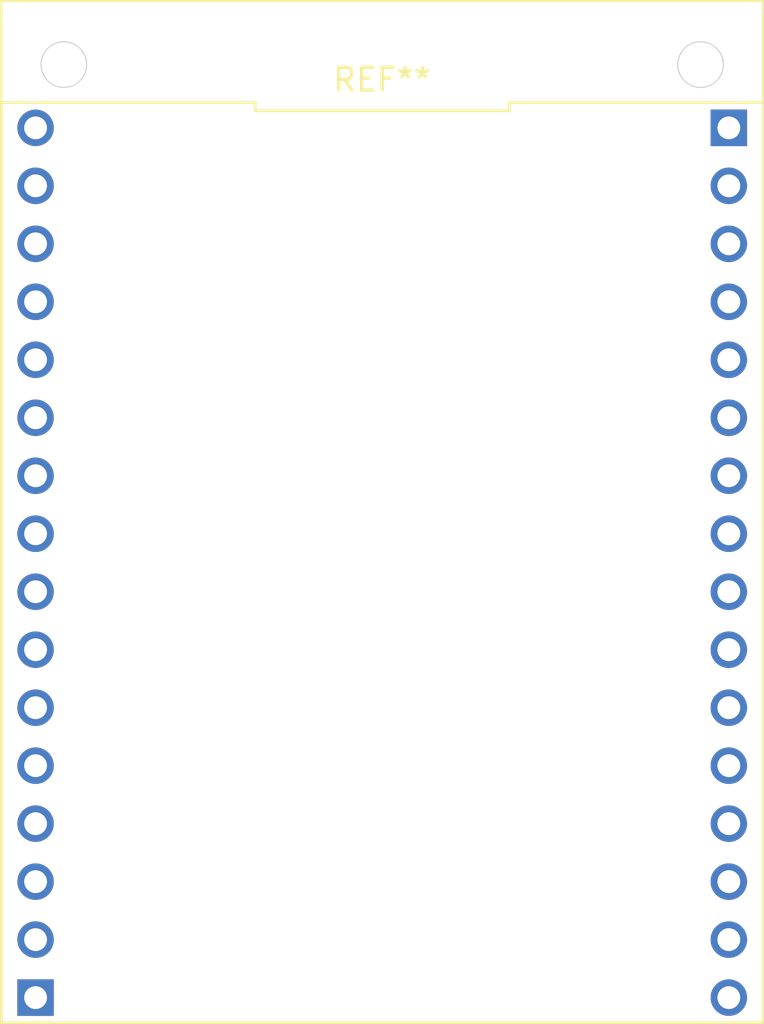
<source format=kicad_pcb>
(kicad_pcb (version 20241229) (generator "pcbnew") (generator_version "9.0")
  (layers (0 "F.Cu" signal) (2 "B.Cu" signal) (13 "F.Paste" user) (15 "B.Paste" user) (5 "F.SilkS" user "F.Silkscreen") (7 "B.SilkS" user "B.Silkscreen") (1 "F.Mask" user) (3 "B.Mask" user) (25 "Edge.Cuts" user))
  (net 0 "")
  (footprint "Library:LILYGO TSIM7080G" (layer "F.Cu") (at 70 54.5)
    (property "Reference" "REF**" (at 0 -21.16 0) (layer "F.SilkS"))
    (property "Value" "LILYGO_TSIM7080G")
    (fp_line (start -16.7 -24.6) (end 16.7 -24.6) (stroke (width 0.1)) (layer "F.SilkS"))
    (fp_line (start -16.7 20.15) (end 16.699999 20.15) (stroke (width 0.12)) (layer "F.SilkS"))
    (fp_line (start -16.699999 -20.15) (end -16.7 -24.6) (stroke (width 0.1)) (layer "F.SilkS"))
    (fp_line (start -16.699999 -20.15) (end -16.7 20.15) (stroke (width 0.12)) (layer "F.SilkS"))
    (fp_line (start -5.566666 -20.16) (end -16.699999 -20.16) (stroke (width 0.12)) (layer "F.SilkS"))
    (fp_line (start -5.566666 -19.8) (end -5.566666 -20.16) (stroke (width 0.12)) (layer "F.SilkS"))
    (fp_line (start 5.566666 -20.16) (end 5.566666 -19.8) (stroke (width 0.12)) (layer "F.SilkS"))
    (fp_line (start 5.566666 -19.8) (end -5.566666 -19.8) (stroke (width 0.12)) (layer "F.SilkS"))
    (fp_line (start 16.699999 20.15) (end 16.7 -20.15) (stroke (width 0.12)) (layer "F.SilkS"))
    (fp_line (start 16.7 -24.6) (end 16.7 -20.15) (stroke (width 0.1)) (layer "F.SilkS"))
    (fp_line (start 16.7 -20.16) (end 5.566666 -20.16) (stroke (width 0.12)) (layer "F.SilkS"))
    (fp_circle (center -13.96 -21.82) (end -12.96 -21.82) (stroke (width 0.05)) (fill no) (layer "Edge.Cuts"))
    (fp_circle (center 13.96 -21.82) (end 14.96 -21.82) (stroke (width 0.05)) (fill no) (layer "Edge.Cuts"))
    (fp_text user "ANTENNA" (at -3.1 -22.7 0) (layer "Edge.Cuts") (effects (justify left bottom)))
    (pad "1" thru_hole oval (at -15.2 -19.05 270) (size 1.6 1.6) (drill 1) (layers "*.Cu" "*.Mask"))
    (pad "2" thru_hole oval (at -15.2 -16.51 270) (size 1.6 1.6) (drill 1) (layers "*.Cu" "*.Mask"))
    (pad "3" thru_hole oval (at -15.2 -13.97 270) (size 1.6 1.6) (drill 1) (layers "*.Cu" "*.Mask"))
    (pad "4" thru_hole oval (at -15.2 -11.43 270) (size 1.6 1.6) (drill 1) (layers "*.Cu" "*.Mask"))
    (pad "5" thru_hole oval (at -15.2 -8.89 270) (size 1.6 1.6) (drill 1) (layers "*.Cu" "*.Mask"))
    (pad "6" thru_hole oval (at -15.2 -6.35 270) (size 1.6 1.6) (drill 1) (layers "*.Cu" "*.Mask"))
    (pad "7" thru_hole oval (at -15.2 -3.81 270) (size 1.6 1.6) (drill 1) (layers "*.Cu" "*.Mask"))
    (pad "8" thru_hole oval (at -15.2 -1.27 270) (size 1.6 1.6) (drill 1) (layers "*.Cu" "*.Mask"))
    (pad "9" thru_hole oval (at -15.2 1.27 270) (size 1.6 1.6) (drill 1) (layers "*.Cu" "*.Mask"))
    (pad "10" thru_hole oval (at -15.2 3.81 270) (size 1.6 1.6) (drill 1) (layers "*.Cu" "*.Mask"))
    (pad "11" thru_hole oval (at -15.2 6.35 270) (size 1.6 1.6) (drill 1) (layers "*.Cu" "*.Mask"))
    (pad "12" thru_hole oval (at -15.2 8.89 270) (size 1.6 1.6) (drill 1) (layers "*.Cu" "*.Mask"))
    (pad "13" thru_hole oval (at -15.2 11.43 270) (size 1.6 1.6) (drill 1) (layers "*.Cu" "*.Mask"))
    (pad "14" thru_hole oval (at -15.2 13.97 270) (size 1.6 1.6) (drill 1) (layers "*.Cu" "*.Mask"))
    (pad "15" thru_hole oval (at -15.2 16.51 270) (size 1.6 1.6) (drill 1) (layers "*.Cu" "*.Mask"))
    (pad "16" thru_hole rect (at -15.2 19.05 270) (size 1.6 1.6) (drill 1) (layers "*.Cu" "*.Mask"))
    (pad "17" thru_hole oval (at 15.2 19.05 270) (size 1.6 1.6) (drill 1) (layers "*.Cu" "*.Mask"))
    (pad "18" thru_hole oval (at 15.2 16.51 270) (size 1.6 1.6) (drill 1) (layers "*.Cu" "*.Mask"))
    (pad "19" thru_hole oval (at 15.2 13.97 270) (size 1.6 1.6) (drill 1) (layers "*.Cu" "*.Mask"))
    (pad "20" thru_hole oval (at 15.2 11.43 270) (size 1.6 1.6) (drill 1) (layers "*.Cu" "*.Mask"))
    (pad "21" thru_hole oval (at 15.2 8.89 270) (size 1.6 1.6) (drill 1) (layers "*.Cu" "*.Mask"))
    (pad "22" thru_hole oval (at 15.2 6.35 270) (size 1.6 1.6) (drill 1) (layers "*.Cu" "*.Mask"))
    (pad "23" thru_hole oval (at 15.2 3.81 270) (size 1.6 1.6) (drill 1) (layers "*.Cu" "*.Mask"))
    (pad "24" thru_hole oval (at 15.2 1.27 270) (size 1.6 1.6) (drill 1) (layers "*.Cu" "*.Mask"))
    (pad "25" thru_hole oval (at 15.2 -1.27 270) (size 1.6 1.6) (drill 1) (layers "*.Cu" "*.Mask"))
    (pad "26" thru_hole oval (at 15.2 -3.81 270) (size 1.6 1.6) (drill 1) (layers "*.Cu" "*.Mask"))
    (pad "27" thru_hole oval (at 15.2 -6.35 270) (size 1.6 1.6) (drill 1) (layers "*.Cu" "*.Mask"))
    (pad "28" thru_hole oval (at 15.2 -8.89 270) (size 1.6 1.6) (drill 1) (layers "*.Cu" "*.Mask"))
    (pad "29" thru_hole oval (at 15.2 -11.43 270) (size 1.6 1.6) (drill 1) (layers "*.Cu" "*.Mask"))
    (pad "30" thru_hole oval (at 15.2 -13.97 270) (size 1.6 1.6) (drill 1) (layers "*.Cu" "*.Mask"))
    (pad "31" thru_hole oval (at 15.2 -16.51 270) (size 1.6 1.6) (drill 1) (layers "*.Cu" "*.Mask"))
    (pad "32" thru_hole rect (at 15.2 -19.05 270) (size 1.6 1.6) (drill 1) (layers "*.Cu" "*.Mask"))
  )
)
</source>
